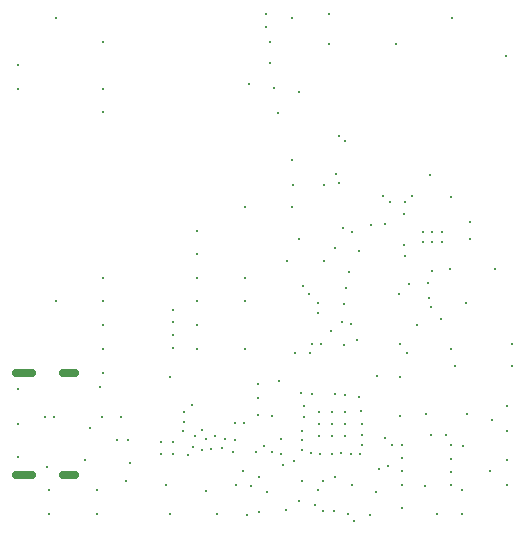
<source format=gbr>
%TF.GenerationSoftware,KiCad,Pcbnew,9.0.2+1*%
%TF.CreationDate,2025-08-01T20:38:58+01:00*%
%TF.ProjectId,PocketSat,506f636b-6574-4536-9174-2e6b69636164,rev?*%
%TF.SameCoordinates,Original*%
%TF.FileFunction,Plated,1,4,PTH,Mixed*%
%TF.FilePolarity,Positive*%
%FSLAX46Y46*%
G04 Gerber Fmt 4.6, Leading zero omitted, Abs format (unit mm)*
G04 Created by KiCad (PCBNEW 9.0.2+1) date 2025-08-01 20:38:58*
%MOMM*%
%LPD*%
G01*
G04 APERTURE LIST*
%TA.AperFunction,ViaDrill*%
%ADD10C,0.200000*%
%TD*%
%TA.AperFunction,ViaDrill*%
%ADD11C,0.250000*%
%TD*%
%TA.AperFunction,ViaDrill*%
%ADD12C,0.300000*%
%TD*%
G04 aperture for slot hole*
%TA.AperFunction,ComponentDrill*%
%ADD13C,0.650000*%
%TD*%
G04 APERTURE END LIST*
D10*
X102100000Y-59900000D03*
X102100000Y-61900000D03*
X102100000Y-87350000D03*
X102100000Y-90250000D03*
X102100000Y-93100000D03*
X104440000Y-89660000D03*
X104550000Y-93900000D03*
X104700000Y-95900000D03*
X104700000Y-97900000D03*
X105200000Y-89693498D03*
X105300000Y-55900000D03*
X105300000Y-79900000D03*
X107800000Y-93343498D03*
X108250000Y-90650000D03*
X108800000Y-95900000D03*
X108800000Y-97900000D03*
X109096502Y-87143498D03*
X109260000Y-89693498D03*
X109300000Y-57900000D03*
X109300000Y-61900000D03*
X109300000Y-63900000D03*
X109300000Y-77900000D03*
X109300000Y-79900000D03*
X109300000Y-81900000D03*
X109300000Y-83900000D03*
X109300000Y-85950000D03*
X110500000Y-91618498D03*
X110799999Y-89693498D03*
X111400000Y-91618498D03*
X111600000Y-93562500D03*
X114650000Y-95450000D03*
X114978500Y-86278500D03*
X115000000Y-97900000D03*
X116120000Y-90840000D03*
X116155094Y-89283498D03*
X116155094Y-90078498D03*
X116500000Y-92900000D03*
X116820000Y-88670000D03*
X116925000Y-92200000D03*
X117060000Y-91260000D03*
X117300000Y-73900000D03*
X117300000Y-75900000D03*
X117300000Y-77900000D03*
X117300000Y-79900000D03*
X117300000Y-81900000D03*
X117300000Y-83900000D03*
X117700000Y-90800000D03*
X117700000Y-92500000D03*
X118010000Y-91540000D03*
X118050000Y-95950000D03*
X118490000Y-92360000D03*
X118800000Y-91300000D03*
X119000000Y-97900000D03*
X119375000Y-92300000D03*
X119610000Y-91550000D03*
X120280000Y-92650000D03*
X120475000Y-91600000D03*
X120480000Y-90230000D03*
X120580050Y-95419950D03*
X121200000Y-94250000D03*
X121250000Y-90200000D03*
X121300000Y-71900000D03*
X121300000Y-77900000D03*
X121300000Y-79900000D03*
X121300000Y-83900000D03*
X121500000Y-98000000D03*
X121800000Y-95514225D03*
X122260000Y-92660000D03*
X122450000Y-89550000D03*
X122456999Y-86906999D03*
X122456999Y-88050000D03*
X122493512Y-97693512D03*
X122494335Y-94800000D03*
X122900000Y-92132500D03*
X123130000Y-55530000D03*
X123143000Y-56650000D03*
X123210000Y-96020000D03*
X123480000Y-57920000D03*
X123599999Y-89630000D03*
X123610000Y-92630000D03*
X124250000Y-86650000D03*
X124380000Y-92850000D03*
X124390000Y-91570000D03*
X124530000Y-93740000D03*
X124800000Y-97600000D03*
X125300000Y-55900000D03*
X125300000Y-67900000D03*
X125300000Y-71900000D03*
X125400000Y-70050000D03*
X125470707Y-93440707D03*
X125600000Y-84228500D03*
X125928499Y-74600000D03*
X125939160Y-96789160D03*
X126070000Y-87670000D03*
X126130000Y-95120000D03*
X126152802Y-91660000D03*
X126190238Y-92481442D03*
X126193970Y-90899999D03*
X126215800Y-78600000D03*
X126323895Y-88736406D03*
X126325000Y-89651500D03*
X126750000Y-79250000D03*
X126800000Y-84228500D03*
X126954849Y-92714843D03*
X126980000Y-87760000D03*
X127000000Y-83500000D03*
X127271039Y-97171039D03*
X127500000Y-95900000D03*
X127544189Y-80894189D03*
X127550000Y-80050000D03*
X127700000Y-92800000D03*
X127800000Y-83500000D03*
X127900000Y-95100000D03*
X127930000Y-97670000D03*
X128430000Y-55530000D03*
X128600000Y-82450000D03*
X128700000Y-92800000D03*
X128950000Y-94750000D03*
X128978502Y-75400000D03*
X128980000Y-87780000D03*
X129000000Y-69100000D03*
X129300000Y-65900000D03*
X129300000Y-69900000D03*
X129470000Y-92770000D03*
X129549997Y-81650000D03*
X129650000Y-73700000D03*
X129700000Y-83600000D03*
X129700003Y-80128996D03*
X129780000Y-87820000D03*
X129920003Y-78753996D03*
X130050001Y-97888745D03*
X130121500Y-77403996D03*
X130280000Y-92800000D03*
X130300000Y-81800000D03*
X130400000Y-74000000D03*
X130420000Y-95450000D03*
X130600000Y-98500000D03*
X130800000Y-83150000D03*
X130965748Y-75600000D03*
X131000000Y-88000000D03*
X131070000Y-92860000D03*
X131190000Y-89160000D03*
X131200000Y-90290000D03*
X131200000Y-92100000D03*
X131230000Y-91230000D03*
X131913984Y-98022758D03*
X132450000Y-96050000D03*
X132550000Y-86200000D03*
X132700000Y-94100000D03*
X132990000Y-71010000D03*
X133180000Y-91430000D03*
X133196500Y-73375000D03*
X133400000Y-93800000D03*
X133620000Y-71510000D03*
X133750000Y-92090000D03*
X134400000Y-79250000D03*
X134420000Y-86270000D03*
X134450000Y-83550000D03*
X134490000Y-89580000D03*
X134600000Y-92066667D03*
X134600000Y-93183335D03*
X134600000Y-94300000D03*
X134600000Y-95416668D03*
X134600000Y-97400000D03*
X134810000Y-75160000D03*
X134820000Y-72530000D03*
X134850000Y-71450000D03*
X134854322Y-76020798D03*
X135050000Y-84250000D03*
X135228500Y-78453501D03*
X135500000Y-70950000D03*
X135900000Y-81900000D03*
X136560000Y-95540000D03*
X136643001Y-89400000D03*
X136900000Y-79600000D03*
X137000000Y-69200000D03*
X137080000Y-80370000D03*
X137100000Y-91200000D03*
X137600000Y-97900000D03*
X137920000Y-81430000D03*
X138391666Y-91200000D03*
X138680000Y-77130000D03*
X138740000Y-92089096D03*
X138740000Y-93205764D03*
X138740000Y-94322429D03*
X138740000Y-95439097D03*
X138800000Y-83890000D03*
X138900000Y-55900000D03*
X139150000Y-85350000D03*
X139700000Y-95900000D03*
X139700000Y-97900000D03*
X139820000Y-92120000D03*
X140010000Y-80020000D03*
X140100000Y-89450000D03*
X140350000Y-73150000D03*
X140400000Y-74656999D03*
X142040000Y-94300000D03*
X142250000Y-89910000D03*
X142500000Y-77180000D03*
X143400000Y-59100000D03*
X143500000Y-88750000D03*
X143500000Y-90850000D03*
X143500000Y-93350000D03*
X143550000Y-95450000D03*
X143950000Y-83510000D03*
X143950000Y-85400000D03*
D11*
X128830000Y-97660000D03*
X136400000Y-74000000D03*
X136400000Y-74900000D03*
X137200000Y-74000000D03*
X137200000Y-74900000D03*
X138000000Y-74000000D03*
X138000000Y-74900000D03*
D12*
X111260000Y-95080000D03*
X114200000Y-91800000D03*
X114200000Y-92800000D03*
X115200000Y-91800000D03*
X115200000Y-92800000D03*
X115210000Y-80606667D03*
X115210000Y-81673334D03*
X115210000Y-82740000D03*
X115210000Y-83806667D03*
X121705962Y-61463890D03*
X123435962Y-59733890D03*
X123775000Y-61850000D03*
X124150963Y-63908890D03*
X124900000Y-76500000D03*
X125880962Y-62178891D03*
X127600000Y-89300000D03*
X127600000Y-90300000D03*
X127600000Y-91300000D03*
X128000000Y-76500000D03*
X128025567Y-70050000D03*
X128425000Y-58125000D03*
X128700000Y-89300000D03*
X128700000Y-90300000D03*
X128700000Y-91300000D03*
X129800000Y-66300000D03*
X129800000Y-89300000D03*
X129800000Y-90300000D03*
X129800000Y-91300000D03*
X132007700Y-73425000D03*
X134125000Y-58150000D03*
X136840000Y-78353600D03*
X137200000Y-77300000D03*
X138750000Y-71050000D03*
D13*
%TO.C,J20*%
X101975000Y-85923498D02*
X103275000Y-85923498D01*
X101975000Y-94563498D02*
X103275000Y-94563498D01*
X105950000Y-85923498D02*
X106950000Y-85923498D01*
X105950000Y-94563498D02*
X106950000Y-94563498D01*
M02*

</source>
